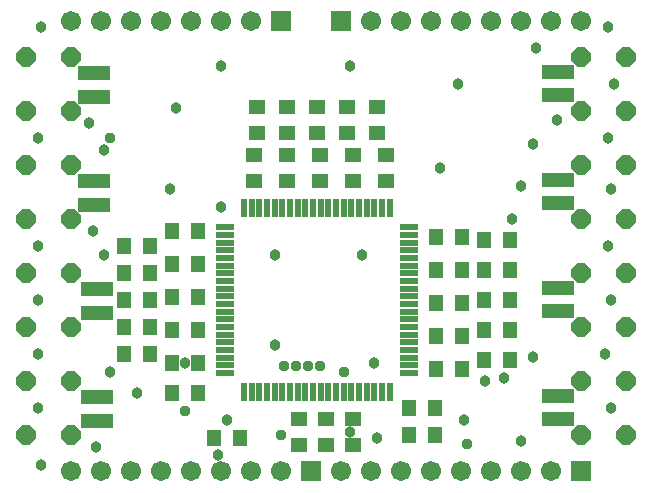
<source format=gts>
G75*
%MOIN*%
%OFA0B0*%
%FSLAX25Y25*%
%IPPOS*%
%LPD*%
%AMOC8*
5,1,8,0,0,1.08239X$1,22.5*
%
%ADD10R,0.05800X0.04800*%
%ADD11R,0.04800X0.05800*%
%ADD12R,0.02178X0.05918*%
%ADD13R,0.05918X0.02178*%
%ADD14R,0.02600X0.04800*%
%ADD15R,0.06700X0.06700*%
%ADD16C,0.06700*%
%ADD17OC8,0.06400*%
%ADD18C,0.03778*%
%ADD19C,0.03800*%
D10*
X0101500Y0017220D03*
X0101500Y0025819D03*
X0110500Y0025819D03*
X0119500Y0025780D03*
X0119500Y0017181D03*
X0110500Y0017220D03*
X0108500Y0105220D03*
X0108500Y0113819D03*
X0107500Y0121181D03*
X0097500Y0121181D03*
X0097500Y0113819D03*
X0097500Y0105220D03*
X0086500Y0105220D03*
X0086500Y0113819D03*
X0087500Y0121181D03*
X0087500Y0129780D03*
X0097500Y0129780D03*
X0107500Y0129780D03*
X0117500Y0129780D03*
X0127500Y0129780D03*
X0127500Y0121181D03*
X0130500Y0113819D03*
X0130500Y0105220D03*
X0119500Y0105220D03*
X0119500Y0113819D03*
X0117500Y0121181D03*
D11*
X0147220Y0086500D03*
X0155819Y0086500D03*
X0163181Y0085500D03*
X0171780Y0085500D03*
X0171780Y0075500D03*
X0163181Y0075500D03*
X0155819Y0075500D03*
X0147220Y0075500D03*
X0147220Y0064500D03*
X0155819Y0064500D03*
X0163181Y0065500D03*
X0171780Y0065500D03*
X0171780Y0055500D03*
X0163181Y0055500D03*
X0155819Y0053500D03*
X0147220Y0053500D03*
X0147220Y0042500D03*
X0155819Y0042500D03*
X0163181Y0045500D03*
X0171780Y0045500D03*
X0146780Y0029500D03*
X0138181Y0029500D03*
X0138220Y0020500D03*
X0146819Y0020500D03*
X0081819Y0019500D03*
X0073220Y0019500D03*
X0067819Y0034500D03*
X0059220Y0034500D03*
X0059181Y0044500D03*
X0051819Y0047500D03*
X0043220Y0047500D03*
X0043220Y0056500D03*
X0051819Y0056500D03*
X0059181Y0055500D03*
X0067780Y0055500D03*
X0067780Y0066500D03*
X0059181Y0066500D03*
X0051819Y0065500D03*
X0043220Y0065500D03*
X0043220Y0074500D03*
X0051819Y0074500D03*
X0059181Y0077500D03*
X0067780Y0077500D03*
X0067780Y0088500D03*
X0059181Y0088500D03*
X0051819Y0083500D03*
X0043220Y0083500D03*
X0067780Y0044500D03*
D12*
X0083189Y0034791D03*
X0085748Y0034791D03*
X0088307Y0034791D03*
X0090866Y0034791D03*
X0093425Y0034791D03*
X0095984Y0034791D03*
X0098543Y0034791D03*
X0101102Y0034791D03*
X0103661Y0034791D03*
X0106220Y0034791D03*
X0108780Y0034791D03*
X0111339Y0034791D03*
X0113898Y0034791D03*
X0116457Y0034791D03*
X0119016Y0034791D03*
X0121575Y0034791D03*
X0124134Y0034791D03*
X0126693Y0034791D03*
X0129252Y0034791D03*
X0131811Y0034791D03*
X0131811Y0096209D03*
X0129252Y0096209D03*
X0126693Y0096209D03*
X0124134Y0096209D03*
X0121575Y0096209D03*
X0119016Y0096209D03*
X0116457Y0096209D03*
X0113898Y0096209D03*
X0111339Y0096209D03*
X0108780Y0096209D03*
X0106220Y0096209D03*
X0103661Y0096209D03*
X0101102Y0096209D03*
X0098543Y0096209D03*
X0095984Y0096209D03*
X0093425Y0096209D03*
X0090866Y0096209D03*
X0088307Y0096209D03*
X0085748Y0096209D03*
X0083189Y0096209D03*
D13*
X0076791Y0089811D03*
X0076791Y0087252D03*
X0076791Y0084693D03*
X0076791Y0082134D03*
X0076791Y0079575D03*
X0076791Y0077016D03*
X0076791Y0074457D03*
X0076791Y0071898D03*
X0076791Y0069339D03*
X0076791Y0066780D03*
X0076791Y0064220D03*
X0076791Y0061661D03*
X0076791Y0059102D03*
X0076791Y0056543D03*
X0076791Y0053984D03*
X0076791Y0051425D03*
X0076791Y0048866D03*
X0076791Y0046307D03*
X0076791Y0043748D03*
X0076791Y0041189D03*
X0138209Y0041189D03*
X0138209Y0043748D03*
X0138209Y0046307D03*
X0138209Y0048866D03*
X0138209Y0051425D03*
X0138209Y0053984D03*
X0138209Y0056543D03*
X0138209Y0059102D03*
X0138209Y0061661D03*
X0138209Y0064220D03*
X0138209Y0066780D03*
X0138209Y0069339D03*
X0138209Y0071898D03*
X0138209Y0074457D03*
X0138209Y0077016D03*
X0138209Y0079575D03*
X0138209Y0082134D03*
X0138209Y0084693D03*
X0138209Y0087252D03*
X0138209Y0089811D03*
D14*
X0183900Y0097900D03*
X0186500Y0097900D03*
X0189100Y0097900D03*
X0191700Y0097900D03*
X0191700Y0105700D03*
X0189100Y0105700D03*
X0186500Y0105700D03*
X0183900Y0105700D03*
X0183900Y0133900D03*
X0186500Y0133900D03*
X0189100Y0133900D03*
X0191700Y0133900D03*
X0191700Y0141700D03*
X0189100Y0141700D03*
X0186500Y0141700D03*
X0183900Y0141700D03*
X0183900Y0069700D03*
X0186500Y0069700D03*
X0189100Y0069700D03*
X0191700Y0069700D03*
X0191700Y0061900D03*
X0189100Y0061900D03*
X0186500Y0061900D03*
X0183900Y0061900D03*
X0183900Y0033700D03*
X0186500Y0033700D03*
X0189100Y0033700D03*
X0191700Y0033700D03*
X0191700Y0025900D03*
X0189100Y0025900D03*
X0186500Y0025900D03*
X0183900Y0025900D03*
X0038100Y0025300D03*
X0035500Y0025300D03*
X0032900Y0025300D03*
X0030300Y0025300D03*
X0030300Y0033100D03*
X0032900Y0033100D03*
X0035500Y0033100D03*
X0038100Y0033100D03*
X0038100Y0061300D03*
X0035500Y0061300D03*
X0032900Y0061300D03*
X0030300Y0061300D03*
X0030300Y0069100D03*
X0032900Y0069100D03*
X0035500Y0069100D03*
X0038100Y0069100D03*
X0037100Y0097300D03*
X0034500Y0097300D03*
X0031900Y0097300D03*
X0029300Y0097300D03*
X0029300Y0105100D03*
X0031900Y0105100D03*
X0034500Y0105100D03*
X0037100Y0105100D03*
X0037100Y0133300D03*
X0034500Y0133300D03*
X0031900Y0133300D03*
X0029300Y0133300D03*
X0029300Y0141100D03*
X0031900Y0141100D03*
X0034500Y0141100D03*
X0037100Y0141100D03*
D15*
X0095500Y0158500D03*
X0115500Y0158500D03*
X0105500Y0008500D03*
X0195500Y0008500D03*
D16*
X0185500Y0008500D03*
X0175500Y0008500D03*
X0165500Y0008500D03*
X0155500Y0008500D03*
X0145500Y0008500D03*
X0135500Y0008500D03*
X0125500Y0008500D03*
X0115500Y0008500D03*
X0095500Y0008500D03*
X0085500Y0008500D03*
X0075500Y0008500D03*
X0065500Y0008500D03*
X0055500Y0008500D03*
X0045500Y0008500D03*
X0035500Y0008500D03*
X0025500Y0008500D03*
X0025500Y0158500D03*
X0035500Y0158500D03*
X0045500Y0158500D03*
X0055500Y0158500D03*
X0065500Y0158500D03*
X0075500Y0158500D03*
X0085500Y0158500D03*
X0125500Y0158500D03*
X0135500Y0158500D03*
X0145500Y0158500D03*
X0155500Y0158500D03*
X0165500Y0158500D03*
X0175500Y0158500D03*
X0185500Y0158500D03*
X0195500Y0158500D03*
D17*
X0195500Y0146500D03*
X0210500Y0146500D03*
X0210500Y0128500D03*
X0195500Y0128500D03*
X0195500Y0110500D03*
X0210500Y0110500D03*
X0210500Y0092500D03*
X0195500Y0092500D03*
X0195500Y0074500D03*
X0210500Y0074500D03*
X0210500Y0056500D03*
X0195500Y0056500D03*
X0195500Y0038500D03*
X0210500Y0038500D03*
X0210500Y0020500D03*
X0195500Y0020500D03*
X0025500Y0020500D03*
X0010500Y0020500D03*
X0010500Y0038500D03*
X0025500Y0038500D03*
X0025500Y0056500D03*
X0010500Y0056500D03*
X0010500Y0074500D03*
X0025500Y0074500D03*
X0025500Y0092500D03*
X0010500Y0092500D03*
X0010500Y0110500D03*
X0025500Y0110500D03*
X0025500Y0128500D03*
X0010500Y0128500D03*
X0010500Y0146500D03*
X0025500Y0146500D03*
D18*
X0038500Y0119500D03*
X0096500Y0043500D03*
X0100500Y0043500D03*
X0104500Y0043500D03*
X0108500Y0043500D03*
X0116500Y0041500D03*
X0095500Y0020500D03*
X0063500Y0028500D03*
X0157500Y0017500D03*
D19*
X0015500Y0010500D03*
X0034000Y0016500D03*
X0014500Y0029500D03*
X0014500Y0047500D03*
X0014500Y0065500D03*
X0036500Y0080500D03*
X0033000Y0088500D03*
X0014500Y0083500D03*
X0036500Y0115500D03*
X0031500Y0124500D03*
X0014500Y0119500D03*
X0058500Y0102500D03*
X0075500Y0096500D03*
X0093500Y0080500D03*
X0122500Y0080500D03*
X0148500Y0109500D03*
X0172500Y0092500D03*
X0175500Y0103500D03*
X0179500Y0117500D03*
X0187500Y0125500D03*
X0204500Y0119500D03*
X0205500Y0102500D03*
X0204500Y0083500D03*
X0205500Y0065500D03*
X0203500Y0047500D03*
X0205500Y0029500D03*
X0179500Y0046500D03*
X0170000Y0039500D03*
X0163500Y0038500D03*
X0156500Y0025500D03*
X0175500Y0018500D03*
X0127500Y0019500D03*
X0118500Y0021500D03*
X0126500Y0044500D03*
X0093500Y0050500D03*
X0063500Y0044500D03*
X0047500Y0034500D03*
X0038500Y0041500D03*
X0074500Y0014000D03*
X0077500Y0025500D03*
X0060500Y0129500D03*
X0075500Y0143500D03*
X0118500Y0143500D03*
X0154500Y0137500D03*
X0180500Y0149500D03*
X0204500Y0156500D03*
X0206500Y0137500D03*
X0015500Y0156500D03*
M02*

</source>
